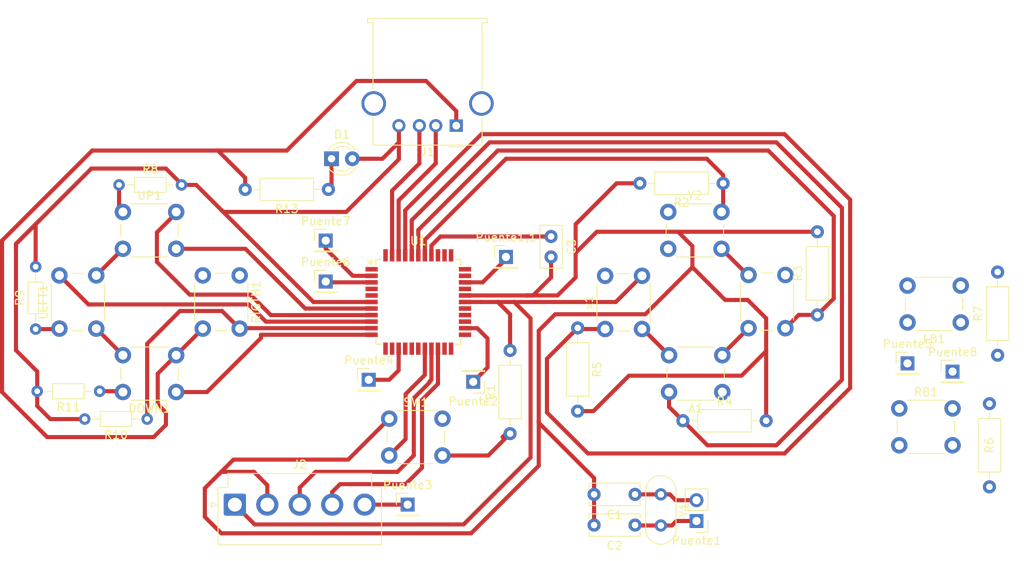
<source format=kicad_pcb>
(kicad_pcb (version 20241229) (generator "pcbnew") (generator_version "9.0")
  (layers (0 "F.Cu" signal) (2 "B.Cu" signal) (13 "F.Paste" user) (15 "B.Paste" user) (5 "F.SilkS" user "F.Silkscreen") (7 "B.SilkS" user "B.Silkscreen") (1 "F.Mask" user) (3 "B.Mask" user) (25 "Edge.Cuts" user))
  (net 0 "")
  (net 1 "Net-(J2-Pin_1)")
  (net 2 "Net-(J2-Pin_2)")
  (net 3 "Net-(D1-A)")
  (net 4 "Net-(D1-K)")
  (net 5 "Net-(J1-D+)")
  (net 6 "Net-(J1-VBUS)")
  (net 8 "Net-(J1-D-)")
  (net 9 "Net-(J2-Pin_3)")
  (net 10 "Net-(J2-Pin_4)")
  (net 11 "Net-(J2-Pin_5)")
  (net 12 "Net-(U1-Vpp{slash}~{MCLR}{slash}RE3)")
  (net 13 "Net-(U1-SPP0{slash}RD0)")
  (net 14 "Net-(U1-SPP1{slash}RD1)")
  (net 15 "Net-(U1-SPP2{slash}RD2)")
  (net 16 "Net-(U1-SPP3{slash}RD3)")
  (net 17 "Net-(Puente5-Pin_1)")
  (net 18 "Net-(Puente6-Pin_1)")
  (net 19 "Net-(U1-RB0{slash}AN12{slash}INT0{slash}FLT0{slash}SDI{slash}SDA)")
  (net 20 "Net-(U1-RB1{slash}AN10{slash}INT1{slash}SCK{slash}SCL)")
  (net 21 "Net-(U1-RB2{slash}AN8{slash}INT2{slash}VMO)")
  (net 22 "Net-(U1-RB3{slash}AN9{slash}CCP2{slash}VPO)")
  (net 25 "Net-(Puente2-Pin_1)")
  (net 26 "Net-(U1-VUSB)")
  (net 46 "Net-(Puente1-Pin_1)")
  (net 47 "Net-(Puente1-Pin_2)")
  (net 48 "Net-(Puente1,1-Pin_1)")
  (net 49 "Net-(Puente4-Pin_1)")
  (net 50 "Net-(Puente7-Pin_1)")
  (net 51 "Net-(Puente8-Pin_1)")
  (footprint "Resistor_THT:R_Axial_DIN0204_L3.6mm_D1.6mm_P7.62mm_Horizontal" (layer "F.Cu") (at 90.66 111.15 180)
    (property "Reference" "R11" (at 3.81 -1.92 0) (layer "F.SilkS"))
    (property "Value" "R")
    (pad "1" thru_hole circle (at 0 0 180) (size 1.4 1.4) (drill 0.7) (layers "*.Cu" "*.Mask") (net 22 "Net-(U1-RB3{slash}AN9{slash}CCP2{slash}VPO)"))
    (pad "2" thru_hole oval (at 7.62 0 180) (size 1.4 1.4) (drill 0.7) (layers "*.Cu" "*.Mask") (net 3 "Net-(D1-A)"))
  )
  (footprint "Resistor_THT:R_Axial_DIN0207_L6.3mm_D2.5mm_P10.16mm_Horizontal" (layer "F.Cu") (at 149 103.42 -90)
    (property "Reference" "R5" (at 5.08 -2.37 90) (layer "F.SilkS"))
    (property "Value" "R")
    (pad "1" thru_hole circle (at 0 0 270) (size 1.6 1.6) (drill 0.8) (layers "*.Cu" "*.Mask") (net 16 "Net-(U1-SPP3{slash}RD3)"))
    (pad "2" thru_hole oval (at 10.16 0 270) (size 1.6 1.6) (drill 0.8) (layers "*.Cu" "*.Mask") (net 2 "Net-(J2-Pin_2)"))
  )
  (footprint "Button_Switch_THT:SW_PUSH_6mm" (layer "F.Cu") (at 152.35 103.55 90)
    (property "Reference" "x1" (at 3.25 -2 90) (layer "F.SilkS"))
    (property "Value" "SW_Push")
    (pad "1" thru_hole circle (at 0 0 180) (size 2 2) (drill 1.1) (layers "*.Cu" "*.Mask") (net 16 "Net-(U1-SPP3{slash}RD3)"))
    (pad "1" thru_hole circle (at 6.5 0 180) (size 2 2) (drill 1.1) (layers "*.Cu" "*.Mask") (net 16 "Net-(U1-SPP3{slash}RD3)"))
    (pad "2" thru_hole circle (at 0 4.5 180) (size 2 2) (drill 1.1) (layers "*.Cu" "*.Mask") (net 1 "Net-(J2-Pin_1)"))
    (pad "2" thru_hole circle (at 6.5 4.5 180) (size 2 2) (drill 1.1) (layers "*.Cu" "*.Mask") (net 1 "Net-(J2-Pin_1)"))
  )
  (footprint "Resistor_THT:R_Axial_DIN0207_L6.3mm_D2.5mm_P10.16mm_Horizontal" (layer "F.Cu") (at 166.75 85.75 180)
    (property "Reference" "R2" (at 5.08 -2.37 0) (layer "F.SilkS"))
    (property "Value" "R")
    (pad "1" thru_hole circle (at 0 0 180) (size 1.6 1.6) (drill 0.8) (layers "*.Cu" "*.Mask") (net 13 "Net-(U1-SPP0{slash}RD0)"))
    (pad "2" thru_hole oval (at 10.16 0 180) (size 1.6 1.6) (drill 0.8) (layers "*.Cu" "*.Mask") (net 2 "Net-(J2-Pin_2)"))
  )
  (footprint "Capacitor_THT:C_Disc_D6.0mm_W2.5mm_P5.00mm" (layer "F.Cu") (at 156 123.75 180)
    (property "Reference" "C1" (at 2.5 -2.5 0) (layer "F.SilkS"))
    (property "Value" "C_Small")
    (pad "1" thru_hole circle (at 0 0 180) (size 1.6 1.6) (drill 0.8) (layers "*.Cu" "*.Mask") (net 47 "Net-(Puente1-Pin_2)"))
    (pad "2" thru_hole circle (at 5 0 180) (size 1.6 1.6) (drill 0.8) (layers "*.Cu" "*.Mask") (net 2 "Net-(J2-Pin_2)"))
  )
  (footprint "Button_Switch_THT:SW_PUSH_6mm" (layer "F.Cu") (at 166.65 111.25 180)
    (property "Reference" "A1" (at 3.25 -2 0) (layer "F.SilkS"))
    (property "Value" "SW_Push")
    (pad "1" thru_hole circle (at 0 0 270) (size 2 2) (drill 1.1) (layers "*.Cu" "*.Mask") (net 15 "Net-(U1-SPP2{slash}RD2)"))
    (pad "1" thru_hole circle (at 6.5 0 270) (size 2 2) (drill 1.1) (layers "*.Cu" "*.Mask") (net 15 "Net-(U1-SPP2{slash}RD2)"))
    (pad "2" thru_hole circle (at 0 4.5 270) (size 2 2) (drill 1.1) (layers "*.Cu" "*.Mask") (net 1 "Net-(J2-Pin_1)"))
    (pad "2" thru_hole circle (at 6.5 4.5 270) (size 2 2) (drill 1.1) (layers "*.Cu" "*.Mask") (net 1 "Net-(J2-Pin_1)"))
  )
  (footprint "Resistor_THT:R_Axial_DIN0204_L3.6mm_D1.6mm_P7.62mm_Horizontal" (layer "F.Cu") (at 96.46 114.55 180)
    (property "Reference" "R10" (at 3.81 -1.92 0) (layer "F.SilkS"))
    (property "Value" "R")
    (pad "1" thru_hole circle (at 0 0 180) (size 1.4 1.4) (drill 0.7) (layers "*.Cu" "*.Mask") (net 21 "Net-(U1-RB2{slash}AN8{slash}INT2{slash}VMO)"))
    (pad "2" thru_hole oval (at 7.62 0 180) (size 1.4 1.4) (drill 0.7) (layers "*.Cu" "*.Mask") (net 3 "Net-(D1-A)"))
  )
  (footprint "Button_Switch_THT:SW_PUSH_6mm" (layer "F.Cu") (at 195.75 102.75 180)
    (property "Reference" "LB1" (at 3.25 -2 0) (layer "F.SilkS"))
    (property "Value" "SW_Push")
    (pad "1" thru_hole circle (at 0 0 270) (size 2 2) (drill 1.1) (layers "*.Cu" "*.Mask") (net 17 "Net-(Puente5-Pin_1)"))
    (pad "1" thru_hole circle (at 6.5 0 270) (size 2 2) (drill 1.1) (layers "*.Cu" "*.Mask") (net 17 "Net-(Puente5-Pin_1)"))
    (pad "2" thru_hole circle (at 0 4.5 270) (size 2 2) (drill 1.1) (layers "*.Cu" "*.Mask") (net 1 "Net-(J2-Pin_1)"))
    (pad "2" thru_hole circle (at 6.5 4.5 270) (size 2 2) (drill 1.1) (layers "*.Cu" "*.Mask") (net 1 "Net-(J2-Pin_1)"))
  )
  (footprint "Connector_PinHeader_2.54mm:PinHeader_1x02_P2.54mm_Vertical" (layer "F.Cu") (at 163.5 127 180)
    (property "Reference" "Puente1" (at 0 -2.38 0) (layer "F.SilkS"))
    (property "Value" "puente")
    (pad "1" thru_hole rect (at 0 0 180) (size 1.7 1.7) (drill 1) (layers "*.Cu" "*.Mask") (net 46 "Net-(Puente1-Pin_1)"))
    (pad "2" thru_hole circle (at 0 2.54 180) (size 1.7 1.7) (drill 1) (layers "*.Cu" "*.Mask") (net 47 "Net-(Puente1-Pin_2)"))
  )
  (footprint "Connector_PinHeader_2.54mm:PinHeader_1x01_P2.54mm_Vertical" (layer "F.Cu") (at 123.5 109.75)
    (property "Reference" "Puente4" (at 0 -2.38 0) (layer "F.SilkS"))
    (property "Value" "Puente3")
    (pad "1" thru_hole rect (at 0 0) (size 1.7 1.7) (drill 1) (layers "*.Cu" "*.Mask") (net 49 "Net-(Puente4-Pin_1)"))
  )
  (footprint "Connector_PinHeader_2.54mm:PinHeader_1x01_P2.54mm_Vertical" (layer "F.Cu") (at 140.25 94.75)
    (property "Reference" "Puente1,1" (at 0 -2.38 0) (layer "F.SilkS"))
    (property "Value" "Puente1,1")
    (pad "1" thru_hole rect (at 0 0) (size 1.7 1.7) (drill 1) (layers "*.Cu" "*.Mask") (net 48 "Net-(Puente1,1-Pin_1)"))
  )
  (footprint "LED_THT:LED_D3.0mm" (layer "F.Cu") (at 118.96 82.75)
    (property "Reference" "D1" (at 1.27 -2.96 0) (layer "F.SilkS"))
    (property "Value" "LED")
    (pad "1" thru_hole rect (at 0 0) (size 1.8 1.8) (drill 0.9) (layers "*.Cu" "*.Mask") (net 4 "Net-(D1-K)"))
    (pad "2" thru_hole circle (at 2.54 0) (size 1.8 1.8) (drill 0.9) (layers "*.Cu" "*.Mask") (net 3 "Net-(D1-A)"))
  )
  (footprint "Connector_PinHeader_2.54mm:PinHeader_1x01_P2.54mm_Vertical" (layer "F.Cu") (at 194.75 108.75)
    (property "Reference" "Puente8" (at 0 -2.38 0) (layer "F.SilkS"))
    (property "Value" "Puente7")
    (pad "1" thru_hole rect (at 0 0) (size 1.7 1.7) (drill 1) (layers "*.Cu" "*.Mask") (net 51 "Net-(Puente8-Pin_1)"))
  )
  (footprint "Capacitor_THT:C_Disc_D5.0mm_W2.5mm_P2.50mm" (layer "F.Cu") (at 145.75 92.25 -90)
    (property "Reference" "C3" (at 1.25 -2.5 90) (layer "F.SilkS"))
    (property "Value" "C_Small")
    (pad "1" thru_hole circle (at 0 0 270) (size 1.6 1.6) (drill 0.8) (layers "*.Cu" "*.Mask") (net 26 "Net-(U1-VUSB)"))
    (pad "2" thru_hole circle (at 2.5 0 270) (size 1.6 1.6) (drill 0.8) (layers "*.Cu" "*.Mask") (net 2 "Net-(J2-Pin_2)"))
  )
  (footprint "Button_Switch_THT:SW_PUSH_6mm" (layer "F.Cu") (at 100 111.25 180)
    (property "Reference" "DOWN1" (at 3.25 -2 0) (layer "F.SilkS"))
    (property "Value" "SW_Push")
    (pad "1" thru_hole circle (at 0 0 270) (size 2 2) (drill 1.1) (layers "*.Cu" "*.Mask") (net 22 "Net-(U1-RB3{slash}AN9{slash}CCP2{slash}VPO)"))
    (pad "1" thru_hole circle (at 6.5 0 270) (size 2 2) (drill 1.1) (layers "*.Cu" "*.Mask") (net 22 "Net-(U1-RB3{slash}AN9{slash}CCP2{slash}VPO)"))
    (pad "2" thru_hole circle (at 0 4.5 270) (size 2 2) (drill 1.1) (layers "*.Cu" "*.Mask") (net 6 "Net-(J1-VBUS)"))
    (pad "2" thru_hole circle (at 6.5 4.5 270) (size 2 2) (drill 1.1) (layers "*.Cu" "*.Mask") (net 6 "Net-(J1-VBUS)"))
  )
  (footprint "Connector_PinHeader_2.54mm:PinHeader_1x01_P2.54mm_Vertical" (layer "F.Cu") (at 118.25 97.75)
    (property "Reference" "Puente6" (at 0 -2.38 0) (layer "F.SilkS"))
    (property "Value" "Puente5")
    (pad "1" thru_hole rect (at 0 0) (size 1.7 1.7) (drill 1) (layers "*.Cu" "*.Mask") (net 18 "Net-(Puente6-Pin_1)"))
  )
  (footprint "Resistor_THT:R_Axial_DIN0207_L6.3mm_D2.5mm_P10.16mm_Horizontal" (layer "F.Cu") (at 199.25 122.83 90)
    (property "Reference" "R6" (at 5.08 0 90) (layer "F.SilkS"))
    (property "Value" "R")
    (pad "1" thru_hole circle (at 0 0 90) (size 1.6 1.6) (drill 0.8) (layers "*.Cu" "*.Mask") (net 51 "Net-(Puente8-Pin_1)"))
    (pad "2" thru_hole oval (at 10.16 0 90) (size 1.6 1.6) (drill 0.8) (layers "*.Cu" "*.Mask") (net 3 "Net-(D1-A)"))
  )
  (footprint "Button_Switch_THT:SW_PUSH_6mm" (layer "F.Cu") (at 107.75 97 -90)
    (property "Reference" "RIGTH1" (at 3.25 -2 90) (layer "F.SilkS"))
    (property "Value" "SW_Push")
    (pad "1" thru_hole circle (at 0 0) (size 2 2) (drill 1.1) (layers "*.Cu" "*.Mask") (net 21 "Net-(U1-RB2{slash}AN8{slash}INT2{slash}VMO)"))
    (pad "1" thru_hole circle (at 6.5 0) (size 2 2) (drill 1.1) (layers "*.Cu" "*.Mask") (net 21 "Net-(U1-RB2{slash}AN8{slash}INT2{slash}VMO)"))
    (pad "2" thru_hole circle (at 0 4.5) (size 2 2) (drill 1.1) (layers "*.Cu" "*.Mask") (net 6 "Net-(J1-VBUS)"))
    (pad "2" thru_hole circle (at 6.5 4.5) (size 2 2) (drill 1.1) (layers "*.Cu" "*.Mask") (net 6 "Net-(J1-VBUS)"))
  )
  (footprint "Resistor_THT:R_Axial_DIN0207_L6.3mm_D2.5mm_P10.16mm_Horizontal" (layer "F.Cu") (at 161.84 114.75)
    (property "Reference" "R4" (at 5.08 -2.37 0) (layer "F.SilkS"))
    (property "Value" "R")
    (pad "1" thru_hole circle (at 0 0) (size 1.6 1.6) (drill 0.8) (layers "*.Cu" "*.Mask") (net 15 "Net-(U1-SPP2{slash}RD2)"))
    (pad "2" thru_hole oval (at 10.16 0) (size 1.6 1.6) (drill 0.8) (layers "*.Cu" "*.Mask") (net 2 "Net-(J2-Pin_2)"))
  )
  (footprint "Button_Switch_THT:SW_PUSH_6mm" (layer "F.Cu") (at 160.05 89.25)
    (property "Reference" "Y2" (at 3.25 -2 0) (layer "F.SilkS"))
    (property "Value" "SW_Push")
    (pad "1" thru_hole circle (at 0 0 90) (size 2 2) (drill 1.1) (layers "*.Cu" "*.Mask") (net 13 "Net-(U1-SPP0{slash}RD0)"))
    (pad "1" thru_hole circle (at 6.5 0 90) (size 2 2) (drill 1.1) (layers "*.Cu" "*.Mask") (net 13 "Net-(U1-SPP0{slash}RD0)"))
    (pad "2" thru_hole circle (at 0 4.5 90) (size 2 2) (drill 1.1) (layers "*.Cu" "*.Mask") (net 1 "Net-(J2-Pin_1)"))
    (pad "2" thru_hole circle (at 6.5 4.5 90) (size 2 2) (drill 1.1) (layers "*.Cu" "*.Mask") (net 1 "Net-(J2-Pin_1)"))
  )
  (footprint "Crystal:Crystal_HC52-U_Vertical" (layer "F.Cu") (at 159.15 123.75 -90)
    (property "Reference" "Y1" (at 1.9 -2.85 90) (layer "F.SilkS"))
    (property "Value" "Crystal")
    (pad "1" thru_hole circle (at 0 0 270) (size 1.5 1.5) (drill 0.8) (layers "*.Cu" "*.Mask") (net 47 "Net-(Puente1-Pin_2)"))
    (pad "2" thru_hole circle (at 3.8 0 270) (size 1.5 1.5) (drill 0.8) (layers "*.Cu" "*.Mask") (net 46 "Net-(Puente1-Pin_1)"))
  )
  (footprint "Connector_PinHeader_2.54mm:PinHeader_1x01_P2.54mm_Vertical" (layer "F.Cu") (at 128.25 125)
    (property "Reference" "Puente3" (at 0 -2.38 0) (layer "F.SilkS"))
    (property "Value" "Puente3")
    (pad "1" thru_hole rect (at 0 0) (size 1.7 1.7) (drill 1) (layers "*.Cu" "*.Mask") (net 11 "Net-(J2-Pin_5)"))
  )
  (footprint "Resistor_THT:R_Axial_DIN0204_L3.6mm_D1.6mm_P7.62mm_Horizontal" (layer "F.Cu") (at 93.03 85.95)
    (property "Reference" "R8" (at 3.81 -1.92 0) (layer "F.SilkS"))
    (property "Value" "R")
    (pad "1" thru_hole circle (at 0 0) (size 1.4 1.4) (drill 0.7) (layers "*.Cu" "*.Mask") (net 20 "Net-(U1-RB1{slash}AN10{slash}INT1{slash}SCK{slash}SCL)"))
    (pad "2" thru_hole oval (at 7.62 0) (size 1.4 1.4) (drill 0.7) (layers "*.Cu" "*.Mask") (net 3 "Net-(D1-A)"))
  )
  (footprint "Connector_USB:USB_A_Molex_67643_Horizontal" (layer "F.Cu") (at 134.18 78.71 180)
    (property "Reference" "J1" (at 3.5 -3.19 0) (layer "F.SilkS"))
    (property "Value" "USB_A")
    (pad "1" thru_hole rect (at 0 0 180) (size 1.6 1.5) (drill 0.95) (layers "*.Cu" "*.Mask") (net 6 "Net-(J1-VBUS)"))
    (pad "2" thru_hole circle (at 2.5 0 180) (size 1.6 1.6) (drill 0.95) (layers "*.Cu" "*.Mask") (net 8 "Net-(J1-D-)"))
    (pad "3" thru_hole circle (at 4.5 0 180) (size 1.6 1.6) (drill 0.95) (layers "*.Cu" "*.Mask") (net 5 "Net-(J1-D+)"))
    (pad "4" thru_hole circle (at 7 0 180) (size 1.6 1.6) (drill 0.95) (layers "*.Cu" "*.Mask") (net 3 "Net-(D1-A)"))
    (pad "5" thru_hole circle (at -3.07 2.71 180) (size 3 3) (drill 2.3) (layers "*.Cu" "*.Mask"))
    (pad "5" thru_hole circle (at 10.07 2.71 180) (size 3 3) (drill 2.3) (layers "*.Cu" "*.Mask"))
  )
  (footprint "Connector_JST:JST_VH_B5P-VH_1x05_P3.96mm_Vertical" (layer "F.Cu") (at 107.16 125)
    (property "Reference" "J2" (at 7.92 -4.9 0) (layer "F.SilkS"))
    (property "Value" "Conn_01x05_Pin")
    (pad "1" thru_hole roundrect (at 0 0) (size 2.7 2.7) (drill 1.7) (layers "*.Cu" "*.Mask") (roundrect_rratio 0.092593) (net 1 "Net-(J2-Pin_1)"))
    (pad "2" thru_hole circle (at 3.96 0) (size 2.7 2.7) (drill 1.7) (layers "*.Cu" "*.Mask") (net 2 "Net-(J2-Pin_2)"))
    (pad "3" thru_hole circle (at 7.92 0) (size 2.7 2.7) (drill 1.7) (layers "*.Cu" "*.Mask") (net 9 "Net-(J2-Pin_3)"))
    (pad "4" thru_hole circle (at 11.88 0) (size 2.7 2.7) (drill 1.7) (layers "*.Cu" "*.Mask") (net 10 "Net-(J2-Pin_4)"))
    (pad "5" thru_hole circle (at 15.84 0) (size 2.7 2.7) (drill 1.7) (layers "*.Cu" "*.Mask") (net 11 "Net-(J2-Pin_5)"))
  )
  (footprint "Capacitor_THT:C_Disc_D6.0mm_W2.5mm_P5.00mm" (layer "F.Cu") (at 156 127.5 180)
    (property "Reference" "C2" (at 2.5 -2.5 0) (layer "F.SilkS"))
    (property "Value" "C_Small")
    (pad "1" thru_hole circle (at 0 0 180) (size 1.6 1.6) (drill 0.8) (layers "*.Cu" "*.Mask") (net 46 "Net-(Puente1-Pin_1)"))
    (pad "2" thru_hole circle (at 5 0 180) (size 1.6 1.6) (drill 0.8) (layers "*.Cu" "*.Mask") (net 2 "Net-(J2-Pin_2)"))
  )
  (footprint "Connector_PinHeader_2.54mm:PinHeader_1x01_P2.54mm_Vertical" (layer "F.Cu") (at 118.25 92.75)
    (property "Reference" "Puente7" (at 0 -2.38 0) (layer "F.SilkS"))
    (property "Value" "Puente7")
    (pad "1" thru_hole rect (at 0 0) (size 1.7 1.7) (drill 1) (layers "*.Cu" "*.Mask") (net 50 "Net-(Puente7-Pin_1)"))
  )
  (footprint "Connector_PinHeader_2.54mm:PinHeader_1x01_P2.54mm_Vertical" (layer "F.Cu") (at 136.25 110 180)
    (property "Reference" "Puente2" (at 0 -2.38 180) (layer "F.SilkS"))
    (property "Value" "Puente2")
    (pad "1" thru_hole rect (at 0 0 180) (size 1.7 1.7) (drill 1) (layers "*.Cu" "*.Mask") (net 25 "Net-(Puente2-Pin_1)"))
  )
  (footprint "Resistor_THT:R_Axial_DIN0204_L3.6mm_D1.6mm_P7.62mm_Horizontal" (layer "F.Cu") (at 82.85 103.56 90)
    (property "Reference" "R9" (at 3.81 -1.92 90) (layer "F.SilkS"))
    (property "Value" "R")
    (pad "1" thru_hole circle (at 0 0 90) (size 1.4 1.4) (drill 0.7) (layers "*.Cu" "*.Mask") (net 19 "Net-(U1-RB0{slash}AN12{slash}INT0{slash}FLT0{slash}SDI{slash}SDA)"))
    (pad "2" thru_hole oval (at 7.62 0 90) (size 1.4 1.4) (drill 0.7) (layers "*.Cu" "*.Mask") (net 3 "Net-(D1-A)"))
  )
  (footprint "Button_Switch_THT:SW_PUSH_6mm" (layer "F.Cu") (at 188.25 113.25)
    (property "Reference" "RB1" (at 3.25 -2 0) (layer "F.SilkS"))
    (property "Value" "SW_Push")
    (pad "1" thru_hole circle (at 0 0 90) (size 2 2) (drill 1.1) (layers "*.Cu" "*.Mask") (net 51 "Net-(Puente8-Pin_1)"))
    (pad "1" thru_hole circle (at 6.5 0 90) (size 2 2) (drill 1.1) (layers "*.Cu" "*.Mask") (net 51 "Net-(Puente8-Pin_1)"))
    (pad "2" thru_hole circle (at 0 4.5 90) (size 2 2) (drill 1.1) (layers "*.Cu" "*.Mask") (net 1 "Net-(J2-Pin_1)"))
    (pad "2" thru_hole circle (at 6.5 4.5 90) (size 2 2) (drill 1.1) (layers "*.Cu" "*.Mask") (net 1 "Net-(J2-Pin_1)"))
  )
  (footprint "Resistor_THT:R_Axial_DIN0207_L6.3mm_D2.5mm_P10.16mm_Horizontal" (layer "F.Cu") (at 178.25 101.83 90)
    (property "Reference" "R3" (at 5.08 -2.37 90) (layer "F.SilkS"))
    (property "Value" "R")
    (pad "1" thru_hole circle (at 0 0 90) (size 1.6 1.6) (drill 0.8) (layers "*.Cu" "*.Mask") (net 14 "Net-(U1-SPP1{slash}RD1)"))
    (pad "2" thru_hole oval (at 10.16 0 90) (size 1.6 1.6) (drill 0.8) (layers "*.Cu" "*.Mask") (net 2 "Net-(J2-Pin_2)"))
  )
  (footprint "Button_Switch_THT:SW_PUSH_6mm" (layer "F.Cu") (at 126 114.5)
    (property "Reference" "SW1" (at 3.25 -2 0) (layer "F.SilkS"))
    (property "Value" "SW_Push")
    (pad "1" thru_hole circle (at 0 0 90) (size 2 2) (drill 1.1) (layers "*.Cu" "*.Mask") (net 2 "Net-(J2-Pin_2)"))
    (pad "1" thru_hole circle (at 6.5 0 90) (size 2 2) (drill 1.1) (layers "*.Cu" "*.Mask") (net 2 "Net-(J2-Pin_2)"))
    (pad "2" thru_hole circle (at 0 4.5 90) (size 2 2) (drill 1.1) (layers "*.Cu" "*.Mask") (net 12 "Net-(U1-Vpp{slash}~{MCLR}{slash}RE3)"))
    (pad "2" thru_hole circle (at 6.5 4.5 90) (size 2 2) (drill 1.1) (layers "*.Cu" "*.Mask") (net 12 "Net-(U1-Vpp{slash}~{MCLR}{slash}RE3)"))
  )
  (footprint "Resistor_THT:R_Axial_DIN0207_L6.3mm_D2.5mm_P10.16mm_Horizontal" (layer "F.Cu") (at 118.58 86.5 180)
    (property "Reference" "R13" (at 5.08 -2.37 0) (layer "F.SilkS"))
    (property "Value" "R")
    (pad "1" thru_hole circle (at 0 0 180) (size 1.6 1.6) (drill 0.8) (layers "*.Cu" "*.Mask") (net 4 "Net-(D1-K)"))
    (pad "2" thru_hole oval (at 10.16 0 180) (size 1.6 1.6) (drill 0.8) (layers "*.Cu" "*.Mask") (net 6 "Net-(J1-VBUS)"))
  )
  (footprint "Resistor_THT:R_Axial_DIN0207_L6.3mm_D2.5mm_P10.16mm_Horizontal" (layer "F.Cu") (at 200.25 106.75 90)
    (property "Reference" "R7" (at 5.08 -2.37 90) (layer "F.SilkS"))
    (property "Value" "R")
    (pad "1" thru_hole circle (at 0 0 90) (size 1.6 1.6) (drill 0.8) (layers "*.Cu" "*.Mask") (net 17 "Net-(Puente5-Pin_1)"))
    (pad "2" thru_hole oval (at 10.16 0 90) (size 1.6 1.6) (drill 0.8) (layers "*.Cu" "*.Mask") (net 3 "Net-(D1-A)"))
  )
  (footprint "Resistor_THT:R_Axial_DIN0207_L6.3mm_D2.5mm_P10.16mm_Horizontal" (layer "F.Cu") (at 140.75 116.33 90)
    (property "Reference" "R1" (at 5.08 -2.37 90) (layer "F.SilkS"))
    (property "Value" "10k")
    (pad "1" thru_hole circle (at 0 0 90) (size 1.6 1.6) (drill 0.8) (layers "*.Cu" "*.Mask") (net 12 "Net-(U1-Vpp{slash}~{MCLR}{slash}RE3)"))
    (pad "2" thru_hole oval (at 10.16 0 90) (size 1.6 1.6) (drill 0.8) (layers "*.Cu" "*.Mask") (net 1 "Net-(J2-Pin_1)"))
  )
  (footprint "Connector_PinHeader_2.54mm:PinHeader_1x01_P2.54mm_Vertical" (layer "F.Cu") (at 189.25 107.75)
    (property "Reference" "Puente5" (at 0 -2.38 0) (layer "F.SilkS"))
    (property "Value" "Puente5")
    (pad "1" thru_hole rect (at 0 0) (size 1.7 1.7) (drill 1) (layers "*.Cu" "*.Mask") (net 17 "Net-(Puente5-Pin_1)"))
  )
  (footprint "Button_Switch_THT:SW_PUSH_6mm" (layer "F.Cu") (at 93.5 89.25)
    (property "Reference" "UP1" (at 3.25 -2 0) (layer "F.SilkS"))
    (property "Value" "SW_Push")
    (pad "1" thru_hole circle (at 0 0 90) (size 2 2) (drill 1.1) (layers "*.Cu" "*.Mask") (net 20 "Net-(U1-RB1{slash}AN10{slash}INT1{slash}SCK{slash}SCL)"))
    (pad "1" thru_hole circle (at 6.5 0 90) (size 2 2) (drill 1.1) (layers "*.Cu" "*.Mask") (net 20 "Net-(U1-RB1{slash}AN10{slash}INT1{slash}SCK{slash}SCL)"))
    (pad "2" thru_hole circle (at 0 4.5 90) (size 2 2) (drill 1.1) (layers "*.Cu" "*.Mask") (net 6 "Net-(J1-VBUS)"))
    (pad "2" thru_hole circle (at 6.5 4.5 90) (size 2 2) (drill 1.1) (layers "*.Cu" "*.Mask") (net 6 "Net-(J1-VBUS)"))
  )
  (footprint "Package_QFP:TQFP-44_10x10mm_P0.8mm" (layer "F.Cu") (at 129.55 100.25)
    (property "Reference" "U1" (at 0 -7.45 0) (layer "F.SilkS"))
    (property "Value" "PIC18F4550-IPT")
    (pad "1" smd rect (at -5.7 -4) (size 1.5 0.55) (layers "F.Cu" "F.Mask" "F.Paste"))
    (pad "2" smd rect (at -5.7 -3.2) (size 1.5 0.55) (layers "F.Cu" "F.Mask" "F.Paste") (net 50 "Net-(Puente7-Pin_1)"))
    (pad "3" smd rect (at -5.7 -2.4) (size 1.5 0.55) (layers "F.Cu" "F.Mask" "F.Paste") (net 18 "Net-(Puente6-Pin_1)"))
    (pad "4" smd rect (at -5.7 -1.6) (size 1.5 0.55) (layers "F.Cu" "F.Mask" "F.Paste"))
    (pad "5" smd rect (at -5.7 -0.8) (size 1.5 0.55) (layers "F.Cu" "F.Mask" "F.Paste"))
    (pad "6" smd rect (at -5.7 0) (size 1.5 0.55) (layers "F.Cu" "F.Mask" "F.Paste") (net 3 "Net-(D1-A)"))
    (pad "7" smd rect (at -5.7 0.8) (size 1.5 0.55) (layers "F.Cu" "F.Mask" "F.Paste") (net 6 "Net-(J1-VBUS)"))
    (pad "8" smd rect (at -5.7 1.6) (size 1.5 0.55) (layers "F.Cu" "F.Mask" "F.Paste") (net 19 "Net-(U1-RB0{slash}AN12{slash}INT0{slash}FLT0{slash}SDI{slash}SDA)"))
    (pad "9" smd rect (at -5.7 2.4) (size 1.5 0.55) (layers "F.Cu" "F.Mask" "F.Paste") (net 20 "Net-(U1-RB1{slash}AN10{slash}INT1{slash}SCK{slash}SCL)"))
    (pad "10" smd rect (at -5.7 3.2) (size 1.5 0.55) (layers "F.Cu" "F.Mask" "F.Paste") (net 21 "Net-(U1-RB2{slash}AN8{slash}INT2{slash}VMO)"))
    (pad "11" smd rect (at -5.7 4) (size 1.5 0.55) (layers "F.Cu" "F.Mask" "F.Paste") (net 22 "Net-(U1-RB3{slash}AN9{slash}CCP2{slash}VPO)"))
    (pad "12" smd rect (at -4 5.7 90) (size 1.5 0.55) (layers "F.Cu" "F.Mask" "F.Paste"))
    (pad "13" smd rect (at -3.2 5.7 90) (size 1.5 0.55) (layers "F.Cu" "F.Mask" "F.Paste"))
    (pad "14" smd rect (at -2.4 5.7 90) (size 1.5 0.55) (layers "F.Cu" "F.Mask" "F.Paste") (net 49 "Net-(Puente4-Pin_1)"))
    (pad "15" smd rect (at -1.6 5.7 90) (size 1.5 0.55) (layers "F.Cu" "F.Mask" "F.Paste"))
    (pad "16" smd rect (at -0.8 5.7 90) (size 1.5 0.55) (layers "F.Cu" "F.Mask" "F.Paste"))
    (pad "17" smd rect (at 0 5.7 90) (size 1.5 0.55) (layers "F.Cu" "F.Mask" "F.Paste"))
    (pad "18" smd rect (at 0.8 5.7 90) (size 1.5 0.55) (layers "F.Cu" "F.Mask" "F.Paste") (net 12 "Net-(U1-Vpp{slash}~{MCLR}{slash}RE3)"))
    (pad "19" smd rect (at 1.6 5.7 90) (size 1.5 0.55) (layers "F.Cu" "F.Mask" "F.Paste") (net 9 "Net-(J2-Pin_3)"))
    (pad "20" smd rect (at 2.4 5.7 90) (size 1.5 0.55) (layers "F.Cu" "F.Mask" "F.Paste") (net 10 "Net-(J2-Pin_4)"))
    (pad "21" smd rect (at 3.2 5.7 90) (size 1.5 0.55) (layers "F.Cu" "F.Mask" "F.Paste"))
    (pad "22" smd rect (at 4 5.7 90) (size 1.5 0.55) (layers "F.Cu" "F.Mask" "F.Paste"))
    (pad "23" smd rect (at 5.7 4) (size 1.5 0.55) (layers "F.Cu" "F.Mask" "F.Paste"))
    (pad "24" smd rect (at 5.7 3.2) (size 1.5 0.55) (layers "F.Cu" "F.Mask" "F.Paste") (net 25 "Net-(Puente2-Pin_1)"))
    (pad "25" smd rect (at 5.7 2.4) (size 1.5 0.55) (layers "F.Cu" "F.Mask" "F.Paste"))
    (pad "26" smd rect (at 5.7 1.6) (size 1.5 0.55) (layers "F.Cu" "F.Mask" "F.Paste"))
    (pad "27" smd rect (at 5.7 0.8) (size 1.5 0.55) (layers "F.Cu" "F.Mask" "F.Paste"))
    (pad "28" smd rect (at 5.7 0) (size 1.5 0.55) (layers "F.Cu" "F.Mask" "F.Paste") (net 1 "Net-(J2-Pin_1)"))
    (pad "29" smd rect (at 5.7 -0.8) (size 1.5 0.55) (layers "F.Cu" "F.Mask" "F.Paste") (net 2 "Net-(J2-Pin_2)"))
    (pad "30" smd rect (at 5.7 -1.6) (size 1.5 0.55) (layers "F.Cu" "F.Mask" "F.Paste"))
    (pad "31" smd rect (at 5.7 -2.4) (size 1.5 0.55) (layers "F.Cu" "F.Mask" "F.Paste") (net 48 "Net-(Puente1,1-Pin_1)"))
    (pad "32" smd rect (at 5.7 -3.2) (size 1.5 0.55) (layers "F.Cu" "F.Mask" "F.Paste"))
    (pad "33" smd rect (at 5.7 -4) (size 1.5 0.55) (layers "F.Cu" "F.Mask" "F.Paste"))
    (pad "34" smd rect (at 4 -5.7 90) (size 1.5 0.55) (layers "F.Cu" "F.Mask" "F.Paste"))
    (pad "35" smd rect (at 3.2 -5.7 90) (size 1.5 0.55) (layers "F.Cu" "F.Mask" "F.Paste"))
    (pad "36" smd rect (at 2.4 -5.7 90) (size 1.5 0.55) (layers "F.Cu" "F.Mask" "F.Paste"))
    (pad "37" smd rect (at 1.6 -5.7 90) (size 1.5 0.55) (layers "F.Cu" "F.Mask" "F.Paste") (net 26 "Net-(U1-VUSB)"))
    (pad "38" smd rect (at 0.8 -5.7 90) (size 1.5 0.55) (layers "F.Cu" "F.Mask" "F.Paste") (net 13 "Net-(U1-SPP0{slash}RD0)"))
    (pad "39" smd rect (at 0 -5.7 90) (size 1.5 0.55) (layers "F.Cu" "F.Mask" "F.Paste") (net 14 "Net-(U1-SPP1{slash}RD1)"))
    (pad "40" smd rect (at -0.8 -5.7 90) (size 1.5 0.55) (layers "F.Cu" "F.Mask" "F.Paste") (net 15 "Net-(U1-SPP2{slash}RD2)"))
    (pad "41" smd rect (at -1.6 -5.7 90) (size 1.5 0.55) (layers "F.Cu" "F.Mask" "F.Paste") (net 16 "Net-(U1-SPP3{slash}RD3)"))
    (pad "42" smd rect (at -2.4 -5.7 90) (size 1.5 0.55) (layers "F.Cu" "F.Mask" "F.Paste") (net 8 "Net-(J1-D-)"))
    (pad "43" smd rect (at -3.2 -5.7 90) (size 1.5 0.55) (layers "F.Cu" "F.Mask" "F.Paste") (net 5 "Net-(J1-D+)"))
    (pad "44" smd rect (at -4 -5.7 90) (size 1.5 0.55) (layers "F.Cu" "F.Mask" "F.Paste"))
  )
  (footprint "Button_Switch_THT:SW_PUSH_6mm" (layer "F.Cu") (at 174.35 96.95 -90)
    (property "Reference" "B1" (hide yes))
    (property "Value" "SW_Push")
    (pad "1" thru_hole circle (at 0 0) (size 2 2) (drill 1.1) (layers "*.Cu" "*.Mask") (net 14 "Net-(U1-SPP1{slash}RD1)"))
    (pad "1" thru_hole circle (at 6.5 0) (size 2 2) (drill 1.1) (layers "*.Cu" "*.Mask") (net 14 "Net-(U1-SPP1{slash}RD1)"))
    (pad "2" thru_hole circle (at 0 4.5) (size 2 2) (drill 1.1) (layers "*.Cu" "*.Mask") (net 1 "Net-(J2-Pin_1)"))
    (pad "2" thru_hole circle (at 6.5 4.5) (size 2 2) (drill 1.1) (layers "*.Cu" "*.Mask") (net 1 "Net-(J2-Pin_1)"))
  )
  (footprint "Button_Switch_THT:SW_PUSH_6mm" (layer "F.Cu") (at 85.75 103.5 90)
    (property "Reference" "LEFT1" (at 3.25 -2 90) (layer "F.SilkS"))
    (property "Value" "SW_Push")
    (pad "1" thru_hole circle (at 0 0 180) (size 2 2) (drill 1.1) (layers "*.Cu" "*.Mask") (net 19 "Net-(U1-RB0{slash}AN12{slash}INT0{slash}FLT0{slash}SDI{slash}SDA)"))
    (pad "1" thru_hole circle (at 6.5 0 180) (size 2 2) (drill 1.1) (layers "*.Cu" "*.Mask") (net 19 "Net-(U1-RB0{slash}AN12{slash}INT0{slash}FLT0{slash}SDI{slash}SDA)"))
    (pad "2" thru_hole circle (at 0 4.5 180) (size 2 2) (drill 1.1) (layers "*.Cu" "*.Mask") (net 6 "Net-(J1-VBUS)"))
    (pad "2" thru_hole circle (at 6.5 4.5 180) (size 2 2) (drill 1.1) (layers "*.Cu" "*.Mask") (net 6 "Net-(J1-VBUS)"))
  )
  (segment (start 107.16 125) (end 109.58 127.42) (width 0.5) (layer "F.Cu") (net 1))
  (segment (start 156.85 97.05) (end 153.65 100.25) (width 0.5) (layer "F.Cu") (net 1))
  (segment (start 169.85 96.95) (end 169.75 96.95) (width 0.5) (layer "F.Cu") (net 1))
  (segment (start 156.95 103.55) (end 160.15 106.75) (width 0.5) (layer "F.Cu") (net 1))
  (segment (start 135.08 127.42) (end 133.25 127.42) (width 0.5) (layer "F.Cu") (net 1))
  (segment (start 141.25 100.25) (end 139.25 100.25) (width 0.5) (layer "F.Cu") (net 1))
  (segment (start 169.75 96.95) (end 166.55 93.75) (width 0.5) (layer "F.Cu") (net 1))
  (segment (start 141.25 100.25) (end 143.25 102.25) (width 0.5) (layer "F.Cu") (net 1))
  (segment (start 156.85 103.55) (end 156.95 103.55) (width 0.5) (layer "F.Cu") (net 1))
  (segment (start 139.25 100.25) (end 137.25 100.25) (width 0.5) (layer "F.Cu") (net 1))
  (segment (start 166.65 106.75) (end 166.65 106.65) (width 0.5) (layer "F.Cu") (net 1))
  (segment (start 153.65 100.25) (end 141.25 100.25) (width 0.5) (layer "F.Cu") (net 1))
  (segment (start 109.58 127.42) (end 133.25 127.42) (width 0.5) (layer "F.Cu") (net 1))
  (segment (start 137.25 100.25) (end 135.25 100.25) (width 0.5) (layer "F.Cu") (net 1))
  (segment (start 143.25 102.25) (end 143.25 119.25) (width 0.5) (layer "F.Cu") (net 1))
  (segment (start 166.65 106.65) (end 169.85 103.45) (width 0.5) (layer "F.Cu") (net 1))
  (segment (start 140.75 106.17) (end 140.75 101.75) (width 0.5) (layer "F.Cu") (net 1))
  (segment (start 143.25 119.25) (end 135.08 127.42) (width 0.5) (layer "F.Cu") (net 1))
  (segment (start 140.75 101.75) (end 139.25 100.25) (width 0.5) (layer "F.Cu") (net 1))
  (segment (start 146.55 99.45) (end 142.75 99.45) (width 0.5) (layer "F.Cu") (net 2))
  (segment (start 126 114.5) (end 121 119.5) (width 0.5) (layer "F.Cu") (net 2))
  (segment (start 161.25 91.67) (end 151.33 91.67) (width 0.5) (layer "F.Cu") (net 2))
  (segment (start 105.5 121) (end 109.5 121) (width 0.5) (layer "F.Cu") (net 2))
  (segment (start 143.55 99.45) (end 142.75 99.45) (width 0.5) (layer "F.Cu") (net 2))
  (segment (start 136 128.5) (end 105.5 128.5) (width 0.5) (layer "F.Cu") (net 2))
  (segment (start 157.25 101.75) (end 146.25 101.75) (width 0.5) (layer "F.Cu") (net 2))
  (segment (start 172 106.25) (end 172 114.75) (width 0.5) (layer "F.Cu") (net 2))
  (segment (start 149 113.58) (end 150.92 113.58) (width 0.5) (layer "F.Cu") (net 2))
  (segment (start 155.25 109.25) (end 169 109.25) (width 0.5) (layer "F.Cu") (net 2))
  (segment (start 145.75 97.25) (end 143.55 99.45) (width 0.5) (layer "F.Cu") (net 2))
  (segment (start 103.5 123.25) (end 103.5 123) (width 0.5) (layer "F.Cu") (net 2))
  (segment (start 163 93.42) (end 161.25 91.67) (width 0.5) (layer "F.Cu") (net 2))
  (segment (start 153.75 85.75) (end 148.75 90.75) (width 0.5) (layer "F.Cu") (net 2))
  (segment (start 172 102.25) (end 172 106.25) (width 0.5) (layer "F.Cu") (net 2))
  (segment (start 148.75 94.25) (end 148.75 97.25) (width 0.5) (layer "F.Cu") (net 2))
  (segment (start 148.75 90.75) (end 148.75 94.25) (width 0.5) (layer "F.Cu") (net 2))
  (segment (start 121 119.5) (end 107 119.5) (width 0.5) (layer "F.Cu") (net 2))
  (segment (start 105.5 128.5) (end 103.5 126.5) (width 0.5) (layer "F.Cu") (net 2))
  (segment (start 178.25 91.67) (end 161.25 91.67) (width 0.5) (layer "F.Cu") (net 2))
  (segment (start 103.5 126.5) (end 103.5 123.25) (width 0.5) (layer "F.Cu") (net 2))
  (segment (start 145.75 94.75) (end 145.75 97.25) (width 0.5) (layer "F.Cu") (net 2))
  (segment (start 151.33 91.67) (end 148.75 94.25) (width 0.5) (layer "F.Cu") (net 2))
  (segment (start 144.25 120.25) (end 136 128.5) (width 0.5) (layer "F.Cu") (net 2))
  (segment (start 167 100) (end 168.25 100) (width 0.5) (layer "F.Cu") (net 2))
  (segment (start 148.75 97.25) (end 146.55 99.45) (width 0.5) (layer "F.Cu") (net 2))
  (segment (start 151 123.75) (end 151 121.75) (width 0.5) (layer "F.Cu") (net 2))
  (segment (start 169.75 100) (end 172 102.25) (width 0.5) (layer "F.Cu") (net 2))
  (segment (start 142.75 99.45) (end 135.25 99.45) (width 0.5) (layer "F.Cu") (net 2))
  (segment (start 146.25 101.75) (end 144.25 103.75) (width 0.5) (layer "F.Cu") (net 2))
  (segment (start 109.5 121) (end 111.12 122.62) (width 0.5) (layer "F.Cu") (net 2))
  (segment (start 144.25 115) (end 144.25 114.75) (width 0.5) (layer "F.Cu") (net 2))
  (segment (start 144.25 114.75) (end 144.25 120.25) (width 0.5) (layer "F.Cu") (net 2))
  (segment (start 151 121.75) (end 144.25 115) (width 0.5) (layer "F.Cu") (net 2))
  (segment (start 163 96) (end 157.25 101.75) (width 0.5) (layer "F.Cu") (net 2))
  (segment (start 105.25 121.25) (end 105.5 121) (width 0.5) (layer "F.Cu") (net 2))
  (segment (start 163 96) (end 163 93.42) (width 0.5) (layer "F.Cu") (net 2))
  (segment (start 168.25 100) (end 169.75 100) (width 0.5) (layer "F.Cu") (net 2))
  (segment (start 169 109.25) (end 172 106.25) (width 0.5) (layer "F.Cu") (net 2))
  (segment (start 156.59 85.75) (end 153.75 85.75) (width 0.5) (layer "F.Cu") (net 2))
  (segment (start 107 119.5) (end 105.25 121.25) (width 0.5) (layer "F.Cu") (net 2))
  (segment (start 111.12 122.62) (end 111.12 125) (width 0.5) (layer "F.Cu") (net 2))
  (segment (start 163 96) (end 167 100) (width 0.5) (layer "F.Cu") (net 2))
  (segment (start 151 123.75) (end 151 127.5) (width 0.5) (layer "F.Cu") (net 2))
  (segment (start 103.5 123) (end 105.25 121.25) (width 0.5) (layer "F.Cu") (net 2))
  (segment (start 144.25 103.75) (end 144.25 114.75) (width 0.5) (layer "F.Cu") (net 2))
  (segment (start 150.92 113.58) (end 155.25 109.25) (width 0.5) (layer "F.Cu") (net 2))
  (segment (start 105.5 89) (end 102.45 85.95) (width 0.5) (layer "F.Cu") (net 3))
  (segment (start 121.5 82.75) (end 125.18 82.75) (width 0.5) (layer "F.Cu") (net 3))
  (segment (start 125.18 82.75) (end 127.18 80.75) (width 0.5) (layer "F.Cu") (net 3))
  (segment (start 80.45 93.15) (end 80.45 93.35) (width 0.5) (layer "F.Cu") (net 3))
  (segment (start 120.75 89.25) (end 105.75 89.25) (width 0.5) (layer "F.Cu") (net 3))
  (segment (start 80.45 93.75) (end 80.45 93.15) (width 0.5) (layer "F.Cu") (net 3))
  (segment (start 83.04 108.74) (end 80.45 106.15) (width 0.5) (layer "F.Cu") (net 3))
  (segment (start 100.65 85.95) (end 100.65 85.85) (width 0.5) (layer "F.Cu") (net 3))
  (segment (start 100.65 85.85) (end 98.75 83.95) (width 0.5) (layer "F.Cu") (net 3))
  (segment (start 127.18 80.75) (end 127.18 82.82) (width 0.5) (layer "F.Cu") (net 3))
  (segment (start 98.75 83.95) (end 89.65 83.95) (width 0.5) (layer "F.Cu") (net 3))
  (segment (start 108.75 92.25) (end 105.5 89) (width 0.5) (layer "F.Cu") (net 3))
  (segment (start 80.45 93.75) (end 80.45 93.35) (width 0.5) (layer "F.Cu") (net 3))
  (segment (start 80.85 92.75) (end 82.85 90.75) (width 0.5) (layer "F.Cu") (net 3))
  (segment (start 116.75 100.25) (end 123.85 100.25) (width 0.5) (layer "F.Cu") (net 3))
  (segment (start 83.35 90.25) (end 80.45 93.15) (width 0.5) (layer "F.Cu") (net 3))
  (segment (start 105.75 89.25) (end 105.5 89) (width 0.5) (layer "F.Cu") (net 3))
  (segment (start 127.18 80.75) (end 127.18 78.71) (width 0.5) (layer "F.Cu") (net 3))
  (segment (start 83.35 90.25) (end 89.65 83.95) (width 0.5) (layer "F.Cu") (net 3))
  (segment (start 80.45 106.15) (end 80.45 93.75) (width 0.5) (layer "F.Cu") (net 3))
  (segment (start 82.85 90.75) (end 83.35 90.25) (width 0.5) (layer "F.Cu") (net 3))
  (segment (start 108.75 92.25) (end 116.75 100.25) (width 0.5) (layer "F.Cu") (net 3))
  (segment (start 102.45 85.95) (end 100.65 85.95) (width 0.5) (layer "F.Cu") (net 3))
  (segment (start 88.84 114.55) (end 84.64 114.55) (width 0.5) (layer "F.Cu") (net 3))
  (segment (start 127.18 82.82) (end 120.75 89.25) (width 0.5) (layer "F.Cu") (net 3))
  (segment (start 84.64 114.55) (end 83.04 112.95) (width 0.5) (layer "F.Cu") (net 3))
  (segment (start 82.85 95.94) (end 82.85 90.75) (width 0.5) (layer "F.Cu") (net 3))
  (segment (start 83.04 111.15) (end 83.04 108.74) (width 0.5) (layer "F.Cu") (net 3))
  (segment (start 83.04 112.95) (end 83.04 111.15) (width 0.5) (layer "F.Cu") (net 3))
  (segment (start 80.45 93.15) (end 80.85 92.75) (width 0.5) (layer "F.Cu") (net 3))
  (segment (start 118.96 86.12) (end 118.58 86.5) (width 0.5) (layer "F.Cu") (net 4))
  (segment (start 118.96 82.75) (end 118.96 86.12) (width 0.5) (layer "F.Cu") (net 4))
  (segment (start 129.68 83.32) (end 129.68 78.71) (width 0.5) (layer "F.Cu") (net 5))
  (segment (start 126.35 86.65) (end 129.68 83.32) (width 0.5) (layer "F.Cu") (net 5))
  (segment (start 126.35 94.55) (end 126.35 86.65) (width 0.5) (layer "F.Cu") (net 5))
  (segment (start 98.75 113.75) (end 97.75 112.75) (width 0.5) (layer "F.Cu") (net 6))
  (segment (start 108.42 86.5) (end 108.42 85.08) (width 0.5) (layer "F.Cu") (net 6))
  (segment (start 113.5 81.75) (end 105.09 81.75) (width 0.5) (layer "F.Cu") (net 6))
  (segment (start 84.25 116.75) (end 97.25 116.75) (width 0.5) (layer "F.Cu") (net 6))
  (segment (start 134.18 76.93) (end 130.5 73.25) (width 0.5) (layer "F.Cu") (net 6))
  (segment (start 123.85 101.05) (end 115.75 101.05) (width 0.5) (layer "F.Cu") (net 6))
  (segment (start 78.75 92.75) (end 78.75 111.25) (width 0.5) (layer "F.Cu") (net 6))
  (segment (start 78.75 111.25) (end 84.25 116.75) (width 0.5) (layer "F.Cu") (net 6))
  (segment (start 108.42 85.08) (end 105.09 81.75) (width 0.5) (layer "F.Cu") (net 6))
  (segment (start 98.75 115.25) (end 98.75 113.75) (width 0.5) (layer "F.Cu") (net 6))
  (segment (start 97.75 109) (end 100 106.75) (width 0.5) (layer "F.Cu") (net 6))
  (segment (start 100 106.75) (end 103.25 103.5) (width 0.5) (layer "F.Cu") (net 6))
  (segment (start 90.25 103.5) (end 93.5 106.75) (width 0.5) (layer "F.Cu") (net 6))
  (segment (start 93.5 93.75) (end 90.25 97) (width 0.5) (layer "F.Cu") (net 6))
  (segment (start 105.09 81.75) (end 89.75 81.75) (width 0.5) (layer "F.Cu") (net 6))
  (segment (start 97.75 112.75) (end 97.75 109) (width 0.5) (layer "F.Cu") (net 6))
  (segment (start 134.18 78.71) (end 134.18 76.93) (width 0.5) (layer "F.Cu") (net 6))
  (segment (start 89.75 81.75) (end 78.75 92.75) (width 0.5) (layer "F.Cu") (net 6))
  (segment (start 122 73.25) (end 113.5 81.75) (width 0.5) (layer "F.Cu") (net 6))
  (segment (start 115.75 101.05) (end 108.45 93.75) (width 0.5) (layer "F.Cu") (net 6))
  (segment (start 108.45 93.75) (end 100 93.75) (width 0.5) (layer "F.Cu") (net 6))
  (segment (start 97.25 116.75) (end 98.75 115.25) (width 0.5) (layer "F.Cu") (net 6))
  (segment (start 130.5 73.25) (end 122 73.25) (width 0.5) (layer "F.Cu") (net 6))
  (segment (start 127.15 87.85) (end 131.68 83.32) (width 0.5) (layer "F.Cu") (net 8))
  (segment (start 131.68 83.32) (end 131.68 78.71) (width 0.5) (layer "F.Cu") (net 8))
  (segment (start 127.15 94.55) (end 127.15 87.85) (width 0.5) (layer "F.Cu") (net 8))
  (segment (start 115.08 125) (end 115.08 122.92) (width 0.5) (layer "F.Cu") (net 9))
  (segment (start 129 119) (end 129 112) (width 0.5) (layer "F.Cu") (net 9))
  (segment (start 130.9 110) (end 131.15 109.75) (width 0.5) (layer "F.Cu") (net 9))
  (segment (start 115.08 122.92) (end 117 121) (width 0.5) (layer "F.Cu") (net 9))
  (segment (start 130.9 110.1) (end 130.9 110) (width 0.5) (layer "F.Cu") (net 9))
  (segment (start 127 121) (end 129 119) (width 0.5) (layer "F.Cu") (net 9))
  (segment (start 129 112) (end 130.9 110.1) (width 0.5) (layer "F.Cu") (net 9))
  (segment (start 117 121) (end 127 121) (width 0.5) (layer "F.Cu") (net 9))
  (segment (start 131.15 109.75) (end 131.15 105.95) (width 0.5) (layer "F.Cu") (net 9))
  (segment (start 119.04 123.46) (end 120 122.5) (width 0.5) (layer "F.Cu") (net 10))
  (segment (start 130 120.5) (end 130 112.2) (width 0.5) (layer "F.Cu") (net 10))
  (segment (start 119.04 125) (end 119.04 123.46) (width 0.5) (layer "F.Cu") (net 10))
  (segment (start 128 122.5) (end 130 120.5) (width 0.5) (layer "F.Cu") (net 10))
  (segment (start 131.95 110.25) (end 131.95 105.95) (width 0.5) (layer "F.Cu") (net 10))
  (segment (start 130 112.2) (end 131.95 110.25) (width 0.5) (layer "F.Cu") (net 10))
  (segment (start 120 122.5) (end 128 122.5) (width 0.5) (layer "F.Cu") (net 10))
  (segment (start 128.25 125) (end 123 125) (width 0.5) (layer "F.Cu") (net 11))
  (segment (start 138.08 119) (end 132.5 119) (width 0.5) (layer "F.Cu") (net 12))
  (segment (start 139.83 116.75) (end 140.25 116.33) (width 0.5) (layer "F.Cu") (net 12))
  (segment (start 128 111.5) (end 130.35 109.15) (width 0.5) (layer "F.Cu") (net 12))
  (segment (start 140.75 116.33) (end 138.08 119) (width 0.5) (layer "F.Cu") (net 12))
  (segment (start 128 117) (end 128 111.5) (width 0.5) (layer "F.Cu") (net 12))
  (segment (start 130.35 109.15) (end 130.35 105.95) (width 0.5) (layer "F.Cu") (net 12))
  (segment (start 126 119) (end 128 117) (width 0.5) (layer "F.Cu") (net 12))
  (segment (start 140.25 82.75) (end 164.75 82.75) (width 0.5) (layer "F.Cu") (net 13))
  (segment (start 166.75 85.75) (end 166.75 89.05) (width 0.5) (layer "F.Cu") (net 13))
  (segment (start 130.35 94.55) (end 130.35 92.65) (width 0.5) (layer "F.Cu") (net 13))
  (segment (start 130.35 92.65) (end 140.25 82.75) (width 0.5) (layer "F.Cu") (net 13))
  (segment (start 166.75 85.75) (end 166.75 84.75) (width 0.5) (layer "F.Cu") (net 13))
  (segment (start 166.75 89.05) (end 166.55 89.25) (width 0.5) (layer "F.Cu") (net 13))
  (segment (start 166.75 84.75) (end 164.75 82.75) (width 0.5) (layer "F.Cu") (net 13))
  (segment (start 180.25 89.75) (end 180.25 99.83) (width 0.5) (layer "F.Cu") (net 14))
  (segment (start 129.55 91.45) (end 139.25 81.75) (width 0.5) (layer "F.Cu") (net 14))
  (segment (start 172.25 81.75) (end 180.25 89.75) (width 0.5) (layer "F.Cu") (net 14))
  (segment (start 175.97 101.83) (end 174.35 103.45) (width 0.5) (layer "F.Cu") (net 14))
  (segment (start 178.25 101.83) (end 175.97 101.83) (width 0.5) (layer "F.Cu") (net 14))
  (segment (start 180.25 99.83) (end 178.25 101.83) (width 0.5) (layer "F.Cu") (net 14))
  (segment (start 139.25 81.75) (end 172.25 81.75) (width 0.5) (layer "F.Cu") (net 14))
  (segment (start 129.55 94.55) (end 129.55 91.45) (width 0.5) (layer "F.Cu") (net 14))
  (segment (start 164.84 117.75) (end 161.84 114.75) (width 0.5) (layer "F.Cu") (net 15))
  (segment (start 181.25 88.75) (end 181.25 109.75) (width 0.5) (layer "F.Cu") (net 15))
  (segment (start 128.75 90.25) (end 138.25 80.75) (width 0.5) (layer "F.Cu") (net 15))
  (segment (start 160.15 113.06) (end 161.84 114.75) (width 0.5) (layer "F.Cu") (net 15))
  (segment (start 173.25 80.75) (end 181.25 88.75) (width 0.5) (layer "F.Cu") (net 15))
  (segment (start 128.75 94.55) (end 128.75 90.25) (width 0.5) (layer "F.Cu") (net 15))
  (segment (start 160.15 111.25) (end 160.15 113.06) (width 0.5) (layer "F.Cu") (net 15))
  (segment (start 138.25 80.75) (end 173.25 80.75) (width 0.5) (layer "F.Cu") (net 15))
  (segment (start 173.25 117.75) (end 164.84 117.75) (width 0.5) (layer "F.Cu") (net 15))
  (segment (start 181.25 109.75) (end 173.25 117.75) (width 0.5) (layer "F.Cu") (net 15))
  (segment (start 149 103.42) (end 145.25 107.17) (width 0.5) (layer "F.Cu") (net 16))
  (segment (start 182.25 110.75) (end 182.25 87.75) (width 0.5) (layer "F.Cu") (net 16))
  (segment (start 150.25 118.75) (end 174.25 118.75) (width 0.5) (layer "F.Cu") (net 16))
  (segment (start 145.25 107.17) (end 145.25 113.75) (width 0.5) (layer "F.Cu") (net 16))
  (segment (start 174.25 79.75) (end 137.25 79.75) (width 0.5) (layer "F.Cu") (net 16))
  (segment (start 182.25 87.75) (end 174.25 79.75) (width 0.5) (layer "F.Cu") (net 16))
  (segment (start 149.13 103.55) (end 149 103.42) (width 0.5) (layer "F.Cu") (net 16))
  (segment (start 152.35 103.55) (end 149.13 103.55) (width 0.5) (layer "F.Cu") (net 16))
  (segment (start 174.25 118.75) (end 182.25 110.75) (width 0.5) (layer "F.Cu") (net 16))
  (segment (start 127.95 89.05) (end 127.95 94.55) (width 0.5) (layer "F.Cu") (net 16))
  (segment (start 145.25 113.75) (end 150.25 118.75) (width 0.5) (layer "F.Cu") (net 16))
  (segment (start 137.25 79.75) (end 127.95 89.05) (width 0.5) (layer "F.Cu") (net 16))
  (segment (start 118.25 97.75) (end 118.35 97.85) (width 0.5) (layer "F.Cu") (net 18))
  (segment (start 118.35 97.85) (end 123.85 97.85) (width 0.5) (layer "F.Cu") (net 18))
  (segment (start 100 89.4) (end 97.65 91.75) (width 0.5) (layer "F.Cu") (net 19))
  (segment (start 101.65 99.35) (end 109.05 99.35) (width 0.5) (layer "F.Cu") (net 19))
  (segment (start 100 89.25) (end 100 89.4) (width 0.5) (layer "F.Cu") (net 19))
  (segment (start 82.85 103.56) (end 85.69 103.56) (width 0.5) (layer "F.Cu") (net 19))
  (segment (start 111.55 101.85) (end 123.85 101.85) (width 0.5) (layer "F.Cu") (net 19))
  (segment (start 109.05 99.35) (end 111.55 101.85) (width 0.5) (layer "F.Cu") (net 19))
  (segment (start 85.69 103.56) (end 85.75 103.5) (width 0.5) (layer "F.Cu") (net 19))
  (segment (start 97.65 95.35) (end 101.65 99.35) (width 0.5) (layer "F.Cu") (net 19))
  (segment (start 97.65 91.75) (end 97.65 95.35) (width 0.5) (layer "F.Cu") (net 19))
  (segment (start 110.95 102.65) (end 123.85 102.65) (width 0.5) (layer "F.Cu") (net 20))
  (segment (start 85.75 97) (end 89.3 100.55) (width 0.5) (layer "F.Cu") (net 20))
  (segment (start 89.3 100.55) (end 108.85 100.55) (width 0.5) (layer "F.Cu") (net 20))
  (segment (start 108.85 100.55) (end 110.95 102.65) (width 0.5) (layer "F.Cu") (net 20))
  (segment (start 93.03 85.95) (end 93.03 88.78) (width 0.5) (layer "F.Cu") (net 20))
  (segment (start 93.03 88.78) (end 93.5 89.25) (width 0.5) (layer "F.Cu") (net 20))
  (segment (start 96.46 114.55) (end 96.46 105.34) (width 0.5) (layer "F.Cu") (net 21))
  (segment (start 123.85 103.45) (end 107.8 103.45) (width 0.5) (layer "F.Cu") (net 21))
  (segment (start 100.45 101.35) (end 105.6 101.35) (width 0.5) (layer "F.Cu") (net 21))
  (segment (start 96.46 105.34) (end 100.45 101.35) (width 0.5) (layer "F.Cu") (net 21))
  (segment (start 107.85 103.4) (end 107.75 103.5) (width 0.5) (layer "F.Cu") (net 21))
  (segment (start 107.8 103.45) (end 107.75 103.5) (width 0.5) (layer "F.Cu") (net 21))
  (segment (start 105.6 101.35) (end 107.75 103.5) (width 0.5) (layer "F.Cu") (net 21))
  (segment (start 90.66 111.15) (end 93.4 111.15) (width 0.5) (layer "F.Cu") (net 22))
  (segment (start 103.75 111.25) (end 100 111.25) (width 0.5) (layer "F.Cu") (net 22))
  (segment (start 110.35 104.25) (end 110.35 104.65) (width 0.5) (layer "F.Cu") (net 22))
  (segment (start 110.35 104.65) (end 103.75 111.25) (width 0.5) (layer "F.Cu") (net 22))
  (segment (start 123.85 104.25) (end 110.35 104.25) (width 0.5) (layer "F.Cu") (net 22))
  (segment (start 93.4 111.15) (end 93.5 111.25) (width 0.5) (layer "F.Cu") (net 22))
  (segment (start 136.75 103.45) (end 135.25 103.45) (width 0.5) (layer "F.Cu") (net 25))
  (segment (start 138 108.25) (end 138 104.7) (width 0.5) (layer "F.Cu") (net 25))
  (segment (start 136.25 110) (end 138 108.25) (width 0.5) (layer "F.Cu") (net 25))
  (segment (start 138 104.7) (end 136.75 103.45) (width 0.5) (layer "F.Cu") (net 25))
  (segment (start 145.75 92.25) (end 132.25 92.25) (width 0.5) (layer "F.Cu") (net 26))
  (segment (start 132.25 92.25) (end 131.15 93.35) (width 0.5) (layer "F.Cu") (net 26))
  (segment (start 131.15 93.35) (end 131.15 94.55) (width 0.5) (layer "F.Cu") (net 26))
  (segment (start 159.05 127.65) (end 159.15 127.55) (width 0.5) (layer "F.Cu") (net 46))
  (segment (start 156.05 127.55) (end 156 127.5) (width 0.5) (layer "F.Cu") (net 46))
  (segment (start 161.05 127) (end 160.775 127.275) (width 0.5) (layer "F.Cu") (net 46))
  (segment (start 159.15 127.55) (end 156.05 127.55) (width 0.5) (layer "F.Cu") (net 46))
  (segment (start 160.775 127.275) (end 160.5 127.55) (width 0.5) (layer "F.Cu") (net 46))
  (segment (start 163.5 127) (end 161.05 127) (width 0.5) (layer "F.Cu") (net 46))
  (segment (start 160.5 127.55) (end 159.15 127.55) (width 0.5) (layer "F.Cu") (net 46))
  (segment (start 160.25 123.75) (end 160.96 124.46) (width 0.5) (layer "F.Cu") (net 47))
  (segment (start 160.96 124.46) (end 163.5 124.46) (width 0.5) (layer "F.Cu") (net 47))
  (segment (start 159.15 123.75) (end 160.25 123.75) (width 0.5) (layer "F.Cu") (net 47))
  (segment (start 159.05 123.65) (end 159.15 123.75) (width 0.5) (layer "F.Cu") (net 47))
  (segment (start 156 123.75) (end 159.15 123.75) (width 0.5) (layer "F.Cu") (net 47))
  (segment (start 140.25 95) (end 140.25 94.75) (width 0.5) (layer "F.Cu") (net 48))
  (segment (start 137.4 97.85) (end 140.25 95) (width 0.5) (layer "F.Cu") (net 48))
  (segment (start 135.25 97.85) (end 137.4 97.85) (width 0.5) (layer "F.Cu") (net 48))
  (segment (start 127.15 108.6) (end 126 109.75) (width 0.5) (layer "F.Cu") (net 49))
  (segment (start 127.15 105.95) (end 127.15 108.6) (width 0.5) (layer "F.Cu") (net 49))
  (segment (start 126 109.75) (end 123.5 109.75) (width 0.5) (layer "F.Cu") (net 49))
  (segment (start 118.25 93.75) (end 118.25 92.75) (width 0.5) (layer "F.Cu") (net 50))
  (segment (start 121.55 97.05) (end 118.25 93.75) (width 0.5) (layer "F.Cu") (net 50))
  (segment (start 123.85 97.05) (end 121.55 97.05) (width 0.5) (layer "F.Cu") (net 50))
)
</source>
